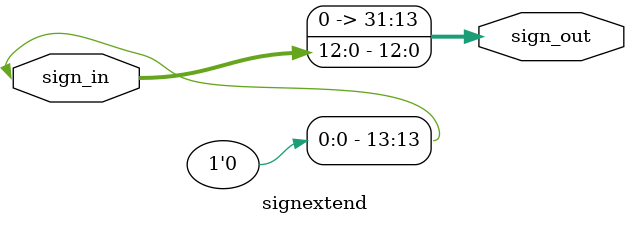
<source format=v>


`timescale 1 ns / 1 ps

module signextend(

input [13:0] sign_in,
output [31:0] sign_out
  );

generate
genvar i;
for (i=14; i<32; i=i+1) begin
    assign sign_out[i] = sign_in[13];
end
endgenerate

assign sign_out[15:0] = sign_in[13:0];

endmodule

</source>
